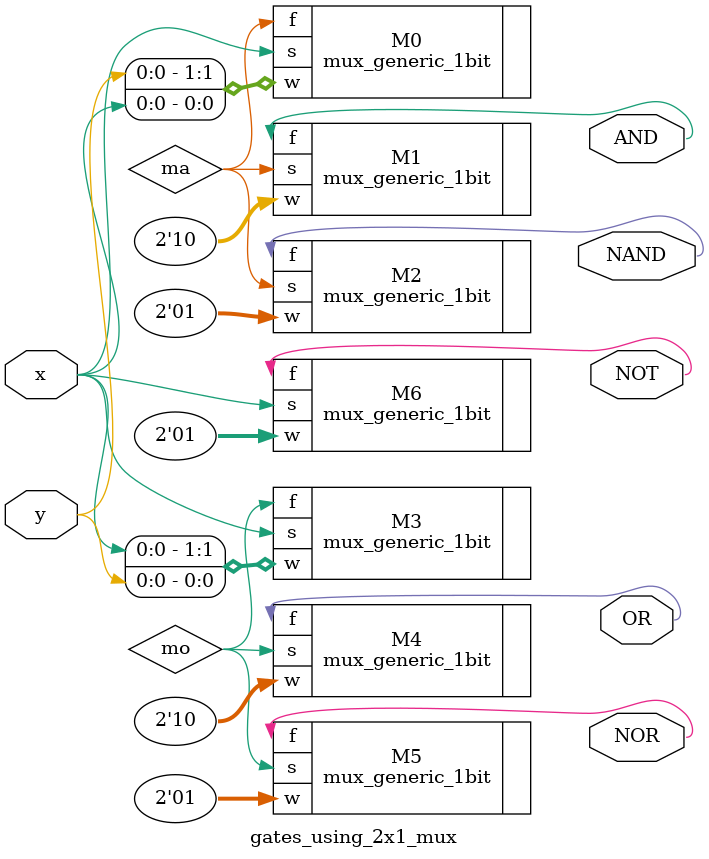
<source format=v>
`timescale 1ns / 1ps
module gates_using_2x1_mux
    #(parameter n = 2)
    (
    input x, y,                     
    output AND,                       // AND Gate
    output NAND,                      // NAND Gate
    output OR,                        // OR Gate    
    output NOR,                       // NOR Gate
    output NOT                       // NOT Gate    
    );
    

    wire ma, mo, mn;
    
    // AND Gate    
    mux_generic_1bit #(.INS(n)) M0 (
        .w({y, x}),
        .s(x),
        .f(ma)
    );
    
    mux_generic_1bit #(.INS(n)) M1 (
        .w({1'b1, 1'b0}),
        .s(ma),
        .f(AND)
    ); 
    
    // NAND Gate
    mux_generic_1bit #(.INS(n)) M2 (
        .w({1'b0, 1'b1}),
        .s(ma),
        .f(NAND)
    );
    
    // OR Gate
    mux_generic_1bit #(.INS(n)) M3 (
        .w({x, y}),
        .s(x),
        .f(mo)
    );
    
    mux_generic_1bit #(.INS(n)) M4 (
        .w({1'b1, 1'b0}),
        .s(mo),
        .f(OR)
    );
    
    // NOR Gate
    mux_generic_1bit #(.INS(n)) M5 (
        .w({1'b0, 1'b1}),
        .s(mo),
        .f(NOR)
    );
    
    // NOT Gate
    mux_generic_1bit #(.INS(n)) M6 (
        .w({1'b0, 1'b1}),
        .s(x),
        .f(NOT)
    );
endmodule

</source>
